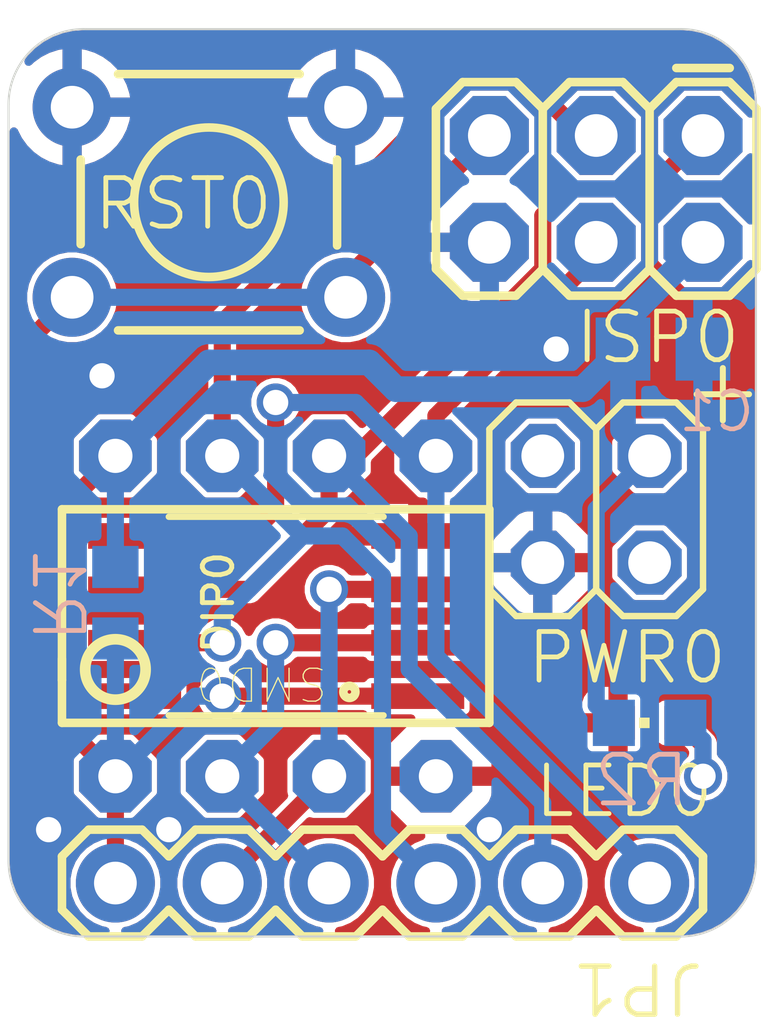
<source format=kicad_pcb>
(kicad_pcb (version 20241229) (generator "pcbnew") (generator_version "9.0")
  (layers (0 "F.Cu" signal) (2 "B.Cu" signal) (13 "F.Paste" user) (15 "B.Paste" user) (5 "F.SilkS" user "F.Silkscreen") (7 "B.SilkS" user "B.Silkscreen") (1 "F.Mask" user) (3 "B.Mask" user) (25 "Edge.Cuts" user))
  (net 0 "")
  (net 1 "N$1")
  (net 2 "VDD")
  (net 3 "GND")
  (net 4 "PB0/MOSI")
  (net 5 "PB1/MISO")
  (net 6 "PB2/SCK")
  (net 7 "PB3/D-")
  (net 8 "PB5/RST")
  (net 9 "PB4/D+")
  (footprint "ATtiny prog board:2X3" (layer "F.Cu") (at 156.12735 96.7436 180)
    (property "Reference" "ISP0" (at -0.9525 -4.1275 0) (layer "F.SilkS") (effects (font (size 1.1557 1.1557) (thickness 0.1143)) (justify right top)))
    (property "Value" "")
    (fp_line (start 6.35 -3.175) (end 6.35 0.635) (stroke (width 0.2032)) (layer "F.SilkS"))
    (fp_line (start 5.715 1.27) (end 6.35 0.635) (stroke (width 0.2032)) (layer "F.SilkS"))
    (fp_line (start 5.715 -3.81) (end 6.35 -3.175) (stroke (width 0.2032)) (layer "F.SilkS"))
    (fp_line (start 4.445 1.27) (end 5.715 1.27) (stroke (width 0.2032)) (layer "F.SilkS"))
    (fp_line (start 4.445 -3.81) (end 5.715 -3.81) (stroke (width 0.2032)) (layer "F.SilkS"))
    (fp_line (start 3.81 0.635) (end 4.445 1.27) (stroke (width 0.2032)) (layer "F.SilkS"))
    (fp_line (start 3.81 -3.175) (end 4.445 -3.81) (stroke (width 0.2032)) (layer "F.SilkS"))
    (fp_line (start 3.81 -3.175) (end 3.81 0.635) (stroke (width 0.2032)) (layer "F.SilkS"))
    (fp_line (start 3.175 1.27) (end 3.81 0.635) (stroke (width 0.2032)) (layer "F.SilkS"))
    (fp_line (start 3.175 -3.81) (end 3.81 -3.175) (stroke (width 0.2032)) (layer "F.SilkS"))
    (fp_line (start 1.905 1.27) (end 3.175 1.27) (stroke (width 0.2032)) (layer "F.SilkS"))
    (fp_line (start 1.905 -3.81) (end 3.175 -3.81) (stroke (width 0.2032)) (layer "F.SilkS"))
    (fp_line (start 1.27 0.635) (end 1.905 1.27) (stroke (width 0.2032)) (layer "F.SilkS"))
    (fp_line (start 1.27 -3.175) (end 1.905 -3.81) (stroke (width 0.2032)) (layer "F.SilkS"))
    (fp_line (start 1.27 -3.175) (end 1.27 0.635) (stroke (width 0.2032)) (layer "F.SilkS"))
    (fp_line (start 0.635 1.605) (end -0.635 1.605) (stroke (width 0.2032)) (layer "F.SilkS"))
    (fp_line (start 0.635 1.27) (end 1.27 0.635) (stroke (width 0.2032)) (layer "F.SilkS"))
    (fp_line (start 0.635 -3.81) (end 1.27 -3.175) (stroke (width 0.2032)) (layer "F.SilkS"))
    (fp_line (start -0.635 1.27) (end 0.635 1.27) (stroke (width 0.2032)) (layer "F.SilkS"))
    (fp_line (start -0.635 -3.81) (end 0.635 -3.81) (stroke (width 0.2032)) (layer "F.SilkS"))
    (fp_line (start -1.27 0.635) (end -0.635 1.27) (stroke (width 0.2032)) (layer "F.SilkS"))
    (fp_line (start -1.27 0.635) (end -1.27 -3.175) (stroke (width 0.2032)) (layer "F.SilkS"))
    (fp_line (start -1.27 -3.175) (end -0.635 -3.81) (stroke (width 0.2032)) (layer "F.SilkS"))
    (pad "1" thru_hole roundrect (at 0 0 180) (size 1.8796 1.8796) (drill 1.016) (layers "*.Cu" "*.Mask") (chamfer_ratio 0.2928932188) (chamfer top_left top_right bottom_left bottom_right) (net 5 "PB1/MISO"))
    (pad "2" thru_hole roundrect (at 0 -2.54 180) (size 1.8796 1.8796) (drill 1.016) (layers "*.Cu" "*.Mask") (chamfer_ratio 0.2928932188) (chamfer top_left top_right bottom_left bottom_right) (net 2 "VDD"))
    (pad "3" thru_hole roundrect (at 2.54 0 180) (size 1.8796 1.8796) (drill 1.016) (layers "*.Cu" "*.Mask") (chamfer_ratio 0.2928932188) (chamfer top_left top_right bottom_left bottom_right) (net 6 "PB2/SCK"))
    (pad "4" thru_hole roundrect (at 2.54 -2.54 180) (size 1.8796 1.8796) (drill 1.016) (layers "*.Cu" "*.Mask") (chamfer_ratio 0.2928932188) (chamfer top_left top_right bottom_left bottom_right) (net 4 "PB0/MOSI"))
    (pad "5" thru_hole roundrect (at 5.08 0 180) (size 1.8796 1.8796) (drill 1.016) (layers "*.Cu" "*.Mask") (chamfer_ratio 0.2928932188) (chamfer top_left top_right bottom_left bottom_right) (net 8 "PB5/RST"))
    (pad "6" thru_hole roundrect (at 5.08 -2.54 180) (size 1.8796 1.8796) (drill 1.016) (layers "*.Cu" "*.Mask") (chamfer_ratio 0.2928932188) (chamfer top_left top_right bottom_left bottom_right) (net 3 "GND"))
  )
  (footprint "ATtiny prog board:1X06" (layer "F.Cu") (at 154.85735 114.5236 180)
    (property "Reference" "JP1" (at -1.3462 -1.8288 180) (layer "F.SilkS") (effects (font (size 1.143 1.143) (thickness 0.127)) (justify left bottom)))
    (property "Value" "")
    (fp_line (start 13.97 0.635) (end 13.335 1.27) (stroke (width 0.2032)) (layer "F.SilkS"))
    (fp_line (start 13.97 -0.635) (end 13.97 0.635) (stroke (width 0.2032)) (layer "F.SilkS"))
    (fp_line (start 13.335 1.27) (end 12.065 1.27) (stroke (width 0.2032)) (layer "F.SilkS"))
    (fp_line (start 13.335 -1.27) (end 13.97 -0.635) (stroke (width 0.2032)) (layer "F.SilkS"))
    (fp_line (start 12.065 1.27) (end 11.43 0.635) (stroke (width 0.2032)) (layer "F.SilkS"))
    (fp_line (start 12.065 -1.27) (end 13.335 -1.27) (stroke (width 0.2032)) (layer "F.SilkS"))
    (fp_line (start 11.43 0.635) (end 10.795 1.27) (stroke (width 0.2032)) (layer "F.SilkS"))
    (fp_line (start 11.43 -0.635) (end 12.065 -1.27) (stroke (width 0.2032)) (layer "F.SilkS"))
    (fp_line (start 10.795 1.27) (end 9.525 1.27) (stroke (width 0.2032)) (layer "F.SilkS"))
    (fp_line (start 10.795 -1.27) (end 11.43 -0.635) (stroke (width 0.2032)) (layer "F.SilkS"))
    (fp_line (start 9.525 1.27) (end 8.89 0.635) (stroke (width 0.2032)) (layer "F.SilkS"))
    (fp_line (start 9.525 -1.27) (end 10.795 -1.27) (stroke (width 0.2032)) (layer "F.SilkS"))
    (fp_line (start 8.89 0.635) (end 8.255 1.27) (stroke (width 0.2032)) (layer "F.SilkS"))
    (fp_line (start 8.89 -0.635) (end 9.525 -1.27) (stroke (width 0.2032)) (layer "F.SilkS"))
    (fp_line (start 8.255 1.27) (end 6.985 1.27) (stroke (width 0.2032)) (layer "F.SilkS"))
    (fp_line (start 8.255 -1.27) (end 8.89 -0.635) (stroke (width 0.2032)) (layer "F.SilkS"))
    (fp_line (start 6.985 -1.27) (end 8.255 -1.27) (stroke (width 0.2032)) (layer "F.SilkS"))
    (fp_line (start 6.985 -1.27) (end 6.35 -0.635) (stroke (width 0.2032)) (layer "F.SilkS"))
    (fp_line (start 6.35 0.635) (end 6.985 1.27) (stroke (width 0.2032)) (layer "F.SilkS"))
    (fp_line (start 6.35 0.635) (end 5.715 1.27) (stroke (width 0.2032)) (layer "F.SilkS"))
    (fp_line (start 5.715 1.27) (end 4.445 1.27) (stroke (width 0.2032)) (layer "F.SilkS"))
    (fp_line (start 5.715 -1.27) (end 6.35 -0.635) (stroke (width 0.2032)) (layer "F.SilkS"))
    (fp_line (start 4.445 1.27) (end 3.81 0.635) (stroke (width 0.2032)) (layer "F.SilkS"))
    (fp_line (start 4.445 -1.27) (end 5.715 -1.27) (stroke (width 0.2032)) (layer "F.SilkS"))
    (fp_line (start 3.81 0.635) (end 3.175 1.27) (stroke (width 0.2032)) (layer "F.SilkS"))
    (fp_line (start 3.81 -0.635) (end 4.445 -1.27) (stroke (width 0.2032)) (layer "F.SilkS"))
    (fp_line (start 3.175 1.27) (end 1.905 1.27) (stroke (width 0.2032)) (layer "F.SilkS"))
    (fp_line (start 3.175 -1.27) (end 3.81 -0.635) (stroke (width 0.2032)) (layer "F.SilkS"))
    (fp_line (start 1.905 1.27) (end 1.27 0.635) (stroke (width 0.2032)) (layer "F.SilkS"))
    (fp_line (start 1.905 -1.27) (end 3.175 -1.27) (stroke (width 0.2032)) (layer "F.SilkS"))
    (fp_line (start 1.27 0.635) (end 0.635 1.27) (stroke (width 0.2032)) (layer "F.SilkS"))
    (fp_line (start 1.27 -0.635) (end 1.905 -1.27) (stroke (width 0.2032)) (layer "F.SilkS"))
    (fp_line (start 0.635 1.27) (end -0.635 1.27) (stroke (width 0.2032)) (layer "F.SilkS"))
    (fp_line (start 0.635 -1.27) (end 1.27 -0.635) (stroke (width 0.2032)) (layer "F.SilkS"))
    (fp_line (start -0.635 -1.27) (end 0.635 -1.27) (stroke (width 0.2032)) (layer "F.SilkS"))
    (fp_line (start -0.635 -1.27) (end -1.27 -0.635) (stroke (width 0.2032)) (layer "F.SilkS"))
    (fp_line (start -1.27 0.635) (end -0.635 1.27) (stroke (width 0.2032)) (layer "F.SilkS"))
    (fp_line (start -1.27 -0.635) (end -1.27 0.635) (stroke (width 0.2032)) (layer "F.SilkS"))
    (pad "1" thru_hole circle (at 0 0 270) (size 1.8796 1.8796) (drill 1.016) (layers "*.Cu" "*.Mask") (net 4 "PB0/MOSI"))
    (pad "2" thru_hole circle (at 2.54 0 270) (size 1.8796 1.8796) (drill 1.016) (layers "*.Cu" "*.Mask") (net 5 "PB1/MISO"))
    (pad "3" thru_hole circle (at 5.08 0 270) (size 1.8796 1.8796) (drill 1.016) (layers "*.Cu" "*.Mask") (net 6 "PB2/SCK"))
    (pad "4" thru_hole circle (at 7.62 0 270) (size 1.8796 1.8796) (drill 1.016) (layers "*.Cu" "*.Mask") (net 7 "PB3/D-"))
    (pad "5" thru_hole circle (at 10.16 0 270) (size 1.8796 1.8796) (drill 1.016) (layers "*.Cu" "*.Mask") (net 9 "PB4/D+"))
    (pad "6" thru_hole circle (at 12.7 0 270) (size 1.8796 1.8796) (drill 1.016) (layers "*.Cu" "*.Mask") (net 8 "PB5/RST"))
  )
  (footprint "ATtiny prog board:LED-603" (layer "F.Cu") (at 154.85735 110.7136 90)
    (property "Reference" "LED0" (at -0.9525 1.5875 0) (layer "F.SilkS") (effects (font (size 1.1557 1.1557) (thickness 0.1143)) (justify right top)))
    (property "Value" "")
    (fp_poly (pts (xy -0.125 0) (xy 0.125 0) (xy 0.125 -0.25) (xy -0.125 -0.25)) (fill yes) (layer "F.SilkS"))
    (pad "A" smd rect (at 0 0.75 90) (size 0.8 0.8) (layers "F.Cu" "F.Mask" "F.Paste") (net 1 "N$1"))
    (pad "C" smd rect (at 0 -0.75 90) (size 0.8 0.8) (layers "F.Cu" "F.Mask" "F.Paste") (net 3 "GND"))
  )
  (footprint "ATtiny prog board:TACTILE-PTH" (layer "F.Cu") (at 144.37985 98.3311 180)
    (property "Reference" "RST0" (at -1.5875 0.635 0) (layer "F.SilkS") (effects (font (size 1.1557 1.1557) (thickness 0.1143)) (justify right top)))
    (property "Value" "" (hide yes))
    (fp_line (start 3.048 -0.998) (end 3.048 1.016) (stroke (width 0.2032)) (layer "F.SilkS"))
    (fp_line (start 2.159 -3.048) (end -2.159 -3.048) (stroke (width 0.2032)) (layer "F.SilkS"))
    (fp_line (start -2.159 3.048) (end 2.159 3.048) (stroke (width 0.2032)) (layer "F.SilkS"))
    (fp_line (start -3.048 -1.028) (end -3.048 1.016) (stroke (width 0.2032)) (layer "F.SilkS"))
    (fp_circle (center 0 0) (end 1.778 0) (stroke (width 0.2032)) (fill no) (layer "F.SilkS"))
    (pad "1" thru_hole circle (at -3.2512 -2.2606 180) (size 1.8796 1.8796) (drill 1.016) (layers "*.Cu" "*.Mask") (net 8 "PB5/RST"))
    (pad "2" thru_hole circle (at 3.2512 -2.2606 180) (size 1.8796 1.8796) (drill 1.016) (layers "*.Cu" "*.Mask") (net 8 "PB5/RST"))
    (pad "3" thru_hole circle (at -3.2512 2.2606 180) (size 1.8796 1.8796) (drill 1.016) (layers "*.Cu" "*.Mask") (net 3 "GND"))
    (pad "4" thru_hole circle (at 3.2512 2.2606 180) (size 1.8796 1.8796) (drill 1.016) (layers "*.Cu" "*.Mask") (net 3 "GND"))
  )
  (footprint "ATtiny prog board:SO08-EIAJ" (layer "F.Cu") (at 145.96735 108.1736 90)
    (property "Reference" "SMD0" (at -1.143 1.27 180) (layer "F.SilkS") (effects (font (size 0.782889 0.782889) (thickness 0.029911)) (justify left bottom)))
    (property "Value" "")
    (fp_line (start -2.362 -2.5396) (end -2.362 2.565) (stroke (width 0.1524)) (layer "F.SilkS"))
    (fp_line (start 2.362 2.565) (end 2.362 -2.5396) (stroke (width 0.1524)) (layer "F.SilkS"))
    (fp_circle (center -1.8034 1.7526) (end -1.6598 1.7526) (stroke (width 0.2032)) (fill no) (layer "F.SilkS"))
    (pad "1" smd rect (at -1.905 3.3782 90) (size 0.6096 2.2098) (layers "F.Cu" "F.Mask" "F.Paste") (net 8 "PB5/RST"))
    (pad "2" smd rect (at -0.635 3.3782 90) (size 0.6096 2.2098) (layers "F.Cu" "F.Mask" "F.Paste") (net 7 "PB3/D-"))
    (pad "3" smd rect (at 0.635 3.3782 90) (size 0.6096 2.2098) (layers "F.Cu" "F.Mask" "F.Paste") (net 9 "PB4/D+"))
    (pad "4" smd rect (at 1.905 3.3782 90) (size 0.6096 2.2098) (layers "F.Cu" "F.Mask" "F.Paste") (net 3 "GND"))
    (pad "5" smd rect (at 1.905 -3.3528 90) (size 0.6096 2.2098) (layers "F.Cu" "F.Mask" "F.Paste") (net 4 "PB0/MOSI"))
    (pad "6" smd rect (at 0.635 -3.3528 90) (size 0.6096 2.2098) (layers "F.Cu" "F.Mask" "F.Paste") (net 5 "PB1/MISO"))
    (pad "7" smd rect (at -0.635 -3.3528 90) (size 0.6096 2.2098) (layers "F.Cu" "F.Mask" "F.Paste") (net 6 "PB2/SCK"))
    (pad "8" smd rect (at -1.905 -3.3528 90) (size 0.6096 2.2098) (layers "F.Cu" "F.Mask" "F.Paste") (net 2 "VDD"))
  )
  (footprint "ATtiny prog board:DIP08" (layer "F.Cu") (at 145.96735 108.1736)
    (property "Reference" "DIP0" (at -0.9525 0.9525 90) (layer "F.SilkS") (effects (font (size 0.6985 0.6985) (thickness 0.1143)) (justify left bottom)))
    (property "Value" "")
    (fp_line (start -5.08 -2.54) (end -5.08 1.524) (stroke (width 0.2032)) (layer "F.SilkS"))
    (fp_line (start -5.08 -2.54) (end 5.08 -2.54) (stroke (width 0.2032)) (layer "F.SilkS"))
    (fp_line (start -5.08 1.524) (end -5.08 1.016) (stroke (width 0.2032)) (layer "F.SilkS"))
    (fp_line (start -5.08 2.54) (end -5.08 1.524) (stroke (width 0.2032)) (layer "F.SilkS"))
    (fp_line (start -5.08 2.54) (end 5.08 2.54) (stroke (width 0.2032)) (layer "F.SilkS"))
    (fp_line (start 5.08 -2.54) (end 5.08 2.54) (stroke (width 0.2032)) (layer "F.SilkS"))
    (fp_circle (center -3.81 1.27) (end -3.0916 1.27) (stroke (width 0.254)) (fill no) (layer "F.SilkS"))
    (pad "1" thru_hole roundrect (at -3.81 3.81) (size 1.7272 1.7272) (drill 0.8128) (layers "*.Cu" "*.Mask") (chamfer_ratio 0.2928932188) (chamfer top_left top_right bottom_left bottom_right) (net 8 "PB5/RST"))
    (pad "2" thru_hole roundrect (at -1.27 3.81) (size 1.7272 1.7272) (drill 0.8128) (layers "*.Cu" "*.Mask") (chamfer_ratio 0.2928932188) (chamfer top_left top_right bottom_left bottom_right) (net 7 "PB3/D-"))
    (pad "3" thru_hole roundrect (at 1.27 3.81) (size 1.7272 1.7272) (drill 0.8128) (layers "*.Cu" "*.Mask") (chamfer_ratio 0.2928932188) (chamfer top_left top_right bottom_left bottom_right) (net 9 "PB4/D+"))
    (pad "4" thru_hole roundrect (at 3.81 3.81) (size 1.7272 1.7272) (drill 0.8128) (layers "*.Cu" "*.Mask") (chamfer_ratio 0.2928932188) (chamfer top_left top_right bottom_left bottom_right) (net 3 "GND"))
    (pad "5" thru_hole roundrect (at 3.81 -3.81) (size 1.7272 1.7272) (drill 0.8128) (layers "*.Cu" "*.Mask") (chamfer_ratio 0.2928932188) (chamfer top_left top_right bottom_left bottom_right) (net 4 "PB0/MOSI"))
    (pad "6" thru_hole roundrect (at 1.27 -3.81) (size 1.7272 1.7272) (drill 0.8128) (layers "*.Cu" "*.Mask") (chamfer_ratio 0.2928932188) (chamfer top_left top_right bottom_left bottom_right) (net 5 "PB1/MISO"))
    (pad "7" thru_hole roundrect (at -1.27 -3.81) (size 1.7272 1.7272) (drill 0.8128) (layers "*.Cu" "*.Mask") (chamfer_ratio 0.2928932188) (chamfer top_left top_right bottom_left bottom_right) (net 6 "PB2/SCK"))
    (pad "8" thru_hole roundrect (at -3.81 -3.81) (size 1.7272 1.7272) (drill 0.8128) (layers "*.Cu" "*.Mask") (chamfer_ratio 0.2928932188) (chamfer top_left top_right bottom_left bottom_right) (net 2 "VDD"))
  )
  (footprint "ATtiny prog board:2X02" (layer "F.Cu") (at 153.58735 105.6336 180)
    (property "Reference" "PWR0" (at -3.175 -2.8575 0) (layer "F.SilkS") (effects (font (size 1.1557 1.1557) (thickness 0.1143)) (justify right top)))
    (property "Value" "")
    (fp_line (start 2.54 -1.905) (end 2.54 1.905) (stroke (width 0.1524)) (layer "F.SilkS"))
    (fp_line (start 1.905 2.54) (end 2.54 1.905) (stroke (width 0.1524)) (layer "F.SilkS"))
    (fp_line (start 1.905 -2.54) (end 2.54 -1.905) (stroke (width 0.1524)) (layer "F.SilkS"))
    (fp_line (start 0.635 2.54) (end 1.905 2.54) (stroke (width 0.1524)) (layer "F.SilkS"))
    (fp_line (start 0.635 -2.54) (end 1.905 -2.54) (stroke (width 0.1524)) (layer "F.SilkS"))
    (fp_line (start 0 1.905) (end 0.635 2.54) (stroke (width 0.1524)) (layer "F.SilkS"))
    (fp_line (start 0 -1.905) (end 0.635 -2.54) (stroke (width 0.1524)) (layer "F.SilkS"))
    (fp_line (start 0 -1.905) (end 0 1.905) (stroke (width 0.1524)) (layer "F.SilkS"))
    (fp_line (start -0.635 2.54) (end 0 1.905) (stroke (width 0.1524)) (layer "F.SilkS"))
    (fp_line (start -0.635 -2.54) (end 0 -1.905) (stroke (width 0.1524)) (layer "F.SilkS"))
    (fp_line (start -1.905 2.54) (end -0.635 2.54) (stroke (width 0.1524)) (layer "F.SilkS"))
    (fp_line (start -1.905 -2.54) (end -0.635 -2.54) (stroke (width 0.1524)) (layer "F.SilkS"))
    (fp_line (start -2.54 1.905) (end -1.905 2.54) (stroke (width 0.1524)) (layer "F.SilkS"))
    (fp_line (start -2.54 1.905) (end -2.54 -1.905) (stroke (width 0.1524)) (layer "F.SilkS"))
    (fp_line (start -2.54 -1.905) (end -1.905 -2.54) (stroke (width 0.1524)) (layer "F.SilkS"))
    (pad "1" thru_hole roundrect (at -1.27 1.27 180) (size 1.524 1.524) (drill 1.016) (layers "*.Cu" "*.Mask") (chamfer_ratio 0.2928932188) (chamfer top_left top_right bottom_left bottom_right) (net 2 "VDD"))
    (pad "2" thru_hole roundrect (at -1.27 -1.27 180) (size 1.524 1.524) (drill 1.016) (layers "*.Cu" "*.Mask") (chamfer_ratio 0.2928932188) (chamfer top_left top_right bottom_left bottom_right))
    (pad "3" thru_hole roundrect (at 1.27 1.27 180) (size 1.524 1.524) (drill 1.016) (layers "*.Cu" "*.Mask") (chamfer_ratio 0.2928932188) (chamfer top_left top_right bottom_left bottom_right))
    (pad "4" thru_hole roundrect (at 1.27 -1.27 180) (size 1.524 1.524) (drill 1.016) (layers "*.Cu" "*.Mask") (chamfer_ratio 0.2928932188) (chamfer top_left top_right bottom_left bottom_right) (net 3 "GND"))
  )
  (footprint "ATtiny prog board:R603" (layer "B.Cu") (at 142.15735 107.8561 -90)
    (property "Reference" "R1" (at -1.397 0.6985 -90) (layer "B.SilkS") (effects (font (size 1.1557 1.1557) (thickness 0.1143)) (justify right top mirror)))
    (property "Value" "10k")
    (pad "1" smd rect (at -0.85 0 270) (size 1 1.1) (layers "B.Cu" "B.Mask" "B.Paste") (net 2 "VDD"))
    (pad "2" smd rect (at 0.85 0 270) (size 1 1.1) (layers "B.Cu" "B.Mask" "B.Paste") (net 8 "PB5/RST"))
  )
  (footprint "ATtiny prog board:R603" (layer "B.Cu") (at 154.85735 110.7136)
    (property "Reference" "R2" (at -1.397 0.6985 0) (layer "B.SilkS") (effects (font (size 1.1557 1.1557) (thickness 0.1143)) (justify right top mirror)))
    (property "Value" "300")
    (pad "1" smd rect (at -0.85 0) (size 1 1.1) (layers "B.Cu" "B.Mask" "B.Paste") (net 2 "VDD"))
    (pad "2" smd rect (at 0.85 0) (size 1 1.1) (layers "B.Cu" "B.Mask" "B.Paste") (net 1 "N$1"))
  )
  (footprint "ATtiny prog board:C805" (layer "B.Cu") (at 155.17485 101.8236)
    (property "Reference" "C1" (at 0.3175 0.9525 0) (layer "B.SilkS") (effects (font (size 0.90871 0.90871) (thickness 0.10729)) (justify right top mirror)))
    (property "Value" "10uF")
    (pad "1" smd rect (at -0.95 0) (size 1.3 1.5) (layers "B.Cu" "B.Mask" "B.Paste") (net 2 "VDD"))
    (pad "2" smd rect (at 0.95 0) (size 1.3 1.5) (layers "B.Cu" "B.Mask" "B.Paste") (net 3 "GND"))
  )
  (gr_line (start 157.38485 114.006369) (end 157.38485 95.993741) (stroke (width 0.05)) (layer "Edge.Cuts"))
  (gr_line (start 139.61735 96.002594) (end 139.61735 113.99755) (stroke (width 0.05)) (layer "Edge.Cuts"))
  (gr_line (start 141.4134 115.7936) (end 155.597618 115.7936) (stroke (width 0.05)) (layer "Edge.Cuts"))
  (gr_arc (start 157.38485 114.006368) (mid 156.861382 115.270132) (end 155.597618 115.7936) (stroke (width 0.05)) (layer "Edge.Cuts"))
  (gr_arc (start 155.604709 94.2136) (mid 156.863459 94.734991) (end 157.38485 95.993741) (stroke (width 0.05)) (layer "Edge.Cuts"))
  (gr_arc (start 139.61735 96.002595) (mid 140.141334 94.737585) (end 141.406343 94.2136) (stroke (width 0.05)) (layer "Edge.Cuts"))
  (gr_arc (start 141.4134 115.7936) (mid 140.143401 115.267549) (end 139.61735 113.99755) (stroke (width 0.05)) (layer "Edge.Cuts"))
  (gr_line (start 155.604709 94.2136) (end 141.406343 94.2136) (stroke (width 0.05)) (layer "Edge.Cuts"))
  (gr_text "+" (at 155.49235 103.7286 0) (layer "F.SilkS") (effects (font (size 1.63576 1.63576) (thickness 0.14224)) (justify left bottom)))
  (segment (start 156.12735 111.2336) (end 155.60735 110.7136) (width 0.4064) (layer "F.Cu") (net 1))
  (segment (start 156.12735 111.9836) (end 156.12735 111.2336) (width 0.4064) (layer "F.Cu") (net 1))
  (via (at 156.12735 111.9836) (size 0.9048) (drill 0.6) (layers "F.Cu" "B.Cu") (net 1))
  (segment (start 155.70735 110.7136) (end 156.12735 111.1336) (width 0.4064) (layer "B.Cu") (net 1))
  (segment (start 156.12735 111.1336) (end 156.12735 111.9836) (width 0.4064) (layer "B.Cu") (net 1))
  (segment (start 140.88735 109.4436) (end 140.88735 105.6336) (width 0.4064) (layer "F.Cu") (net 2))
  (segment (start 141.52235 110.0786) (end 140.88735 109.4436) (width 0.4064) (layer "F.Cu") (net 2))
  (segment (start 140.88735 105.6336) (end 142.15735 104.3636) (width 0.4064) (layer "F.Cu") (net 2))
  (segment (start 142.61455 110.0786) (end 141.52235 110.0786) (width 0.4064) (layer "F.Cu") (net 2))
  (segment (start 154.85735 104.3636) (end 154.22485 103.7311) (width 0.6096) (layer "B.Cu") (net 2))
  (segment (start 148.18985 102.1411) (end 148.82485 102.7761) (width 0.6096) (layer "B.Cu") (net 2))
  (segment (start 153.58735 110.2936) (end 154.00735 110.7136) (width 0.4064) (layer "B.Cu") (net 2))
  (segment (start 154.22235 101.1886) (end 154.22235 101.8211) (width 0.6096) (layer "B.Cu") (net 2))
  (segment (start 154.22235 101.8211) (end 154.22485 101.8236) (width 0.6096) (layer "B.Cu") (net 2))
  (segment (start 154.85735 104.3636) (end 153.58735 105.6336) (width 0.4064) (layer "B.Cu") (net 2))
  (segment (start 142.15735 107.0061) (end 142.15735 104.3636) (width 0.4064) (layer "B.Cu") (net 2))
  (segment (start 153.58735 105.6336) (end 153.58735 110.2936) (width 0.4064) (layer "B.Cu") (net 2))
  (segment (start 144.37985 102.1411) (end 148.18985 102.1411) (width 0.6096) (layer "B.Cu") (net 2))
  (segment (start 142.15735 104.3636) (end 144.37985 102.1411) (width 0.6096) (layer "B.Cu") (net 2))
  (segment (start 153.26985 102.7761) (end 154.22235 101.8236) (width 0.6096) (layer "B.Cu") (net 2))
  (segment (start 148.82485 102.7761) (end 153.26985 102.7761) (width 0.6096) (layer "B.Cu") (net 2))
  (segment (start 156.12735 99.2836) (end 154.22235 101.1886) (width 0.6096) (layer "B.Cu") (net 2))
  (segment (start 154.22485 103.7311) (end 154.22485 101.8236) (width 0.6096) (layer "B.Cu") (net 2))
  (via (at 151.04735 113.2536) (size 0.9048) (drill 0.6) (layers "F.Cu" "B.Cu") (net 3))
  (via (at 152.63485 101.8236) (size 0.9048) (drill 0.6) (layers "F.Cu" "B.Cu") (net 3))
  (via (at 140.56985 113.2536) (size 0.9048) (drill 0.6) (layers "F.Cu" "B.Cu") (net 3))
  (via (at 141.83985 102.4586) (size 0.9048) (drill 0.6) (layers "F.Cu" "B.Cu") (net 3))
  (via (at 143.42735 113.2536) (size 0.9048) (drill 0.6) (layers "F.Cu" "B.Cu") (net 3))
  (segment (start 142.61455 106.2686) (end 145.33235 106.2686) (width 0.4064) (layer "F.Cu") (net 4))
  (segment (start 145.33235 106.2686) (end 145.96735 105.6336) (width 0.4064) (layer "F.Cu") (net 4))
  (segment (start 149.77735 103.4111) (end 153.58735 99.6011) (width 0.4064) (layer "F.Cu") (net 4))
  (segment (start 145.96735 105.6336) (end 145.96735 103.0936) (width 0.4064) (layer "F.Cu") (net 4))
  (segment (start 149.77735 104.3636) (end 149.77735 103.4111) (width 0.4064) (layer "F.Cu") (net 4))
  (segment (start 153.58735 99.6011) (end 153.58735 99.2836) (width 0.4064) (layer "F.Cu") (net 4))
  (via (at 145.96735 103.0936) (size 0.9048) (drill 0.6) (layers "F.Cu" "B.Cu") (net 4))
  (segment (start 154.85735 114.2061) (end 149.77735 109.1261) (width 0.4064) (layer "B.Cu") (net 4))
  (segment (start 154.85735 114.5236) (end 154.85735 114.2061) (width 0.4064) (layer "B.Cu") (net 4))
  (segment (start 149.14235 104.3636) (end 149.77735 104.3636) (width 0.4064) (layer "B.Cu") (net 4))
  (segment (start 149.77735 109.1261) (end 149.77735 104.3636) (width 0.4064) (layer "B.Cu") (net 4))
  (segment (start 147.87235 103.0936) (end 149.14235 104.3636) (width 0.4064) (layer "B.Cu") (net 4))
  (segment (start 145.96735 103.0936) (end 147.87235 103.0936) (width 0.4064) (layer "B.Cu") (net 4))
  (segment (start 147.23735 105.6336) (end 147.23735 104.3636) (width 0.4064) (layer "F.Cu") (net 5))
  (segment (start 152.95235 98.0136) (end 154.85735 98.0136) (width 0.4064) (layer "F.Cu") (net 5))
  (segment (start 147.23735 104.3636) (end 147.87235 104.3636) (width 0.4064) (layer "F.Cu") (net 5))
  (segment (start 152.31735 98.6486) (end 152.95235 98.0136) (width 0.4064) (layer "F.Cu") (net 5))
  (segment (start 152.31735 99.9186) (end 152.31735 98.6486) (width 0.4064) (layer "F.Cu") (net 5))
  (segment (start 154.85735 98.0136) (end 156.12735 96.7436) (width 0.4064) (layer "F.Cu") (net 5))
  (segment (start 145.33235 107.5386) (end 147.23735 105.6336) (width 0.4064) (layer "F.Cu") (net 5))
  (segment (start 147.87235 104.3636) (end 152.31735 99.9186) (width 0.4064) (layer "F.Cu") (net 5))
  (segment (start 142.61455 107.5386) (end 145.33235 107.5386) (width 0.4064) (layer "F.Cu") (net 5))
  (segment (start 149.14235 106.2686) (end 147.23735 104.3636) (width 0.4064) (layer "B.Cu") (net 5))
  (segment (start 152.31735 112.6186) (end 149.14235 109.4436) (width 0.4064) (layer "B.Cu") (net 5))
  (segment (start 149.14235 109.4436) (end 149.14235 106.2686) (width 0.4064) (layer "B.Cu") (net 5))
  (segment (start 152.31735 114.5236) (end 152.31735 112.6186) (width 0.4064) (layer "B.Cu") (net 5))
  (segment (start 142.61455 108.8086) (end 144.69735 108.8086) (width 0.4064) (layer "F.Cu") (net 6))
  (segment (start 151.99985 95.4736) (end 150.41235 95.4736) (width 0.4064) (layer "F.Cu") (net 6))
  (segment (start 153.26985 96.7436) (end 151.99985 95.4736) (width 0.4064) (layer "F.Cu") (net 6))
  (segment (start 153.58735 96.7436) (end 153.26985 96.7436) (width 0.4064) (layer "F.Cu") (net 6))
  (segment (start 150.41235 95.4736) (end 144.69735 101.1886) (width 0.4064) (layer "F.Cu") (net 6))
  (segment (start 144.69735 101.1886) (end 144.69735 104.3636) (width 0.4064) (layer "F.Cu") (net 6))
  (via (at 144.69735 108.8086) (size 0.9048) (drill 0.6) (layers "F.Cu" "B.Cu") (net 6))
  (segment (start 148.50735 113.2536) (end 148.50735 107.2211) (width 0.4064) (layer "B.Cu") (net 6))
  (segment (start 149.77735 114.5236) (end 148.50735 113.2536) (width 0.4064) (layer "B.Cu") (net 6))
  (segment (start 144.69735 108.1736) (end 146.60235 106.2686) (width 0.4064) (layer "B.Cu") (net 6))
  (segment (start 146.60235 106.2686) (end 144.69735 104.3636) (width 0.4064) (layer "B.Cu") (net 6))
  (segment (start 147.55485 106.2686) (end 146.60235 106.2686) (width 0.4064) (layer "B.Cu") (net 6))
  (segment (start 148.50735 107.2211) (end 147.55485 106.2686) (width 0.4064) (layer "B.Cu") (net 6))
  (segment (start 144.69735 108.8086) (end 144.69735 108.1736) (width 0.4064) (layer "B.Cu") (net 6))
  (segment (start 149.34555 108.8086) (end 145.96735 108.8086) (width 0.4064) (layer "F.Cu") (net 7))
  (via (at 145.96735 108.8086) (size 0.9048) (drill 0.6) (layers "F.Cu" "B.Cu") (net 7))
  (segment (start 145.96735 110.7136) (end 144.69735 111.9836) (width 0.4064) (layer "B.Cu") (net 7))
  (segment (start 145.96735 108.8086) (end 145.96735 110.7136) (width 0.4064) (layer "B.Cu") (net 7))
  (segment (start 144.69735 111.9836) (end 147.23735 114.5236) (width 0.4064) (layer "B.Cu") (net 7))
  (segment (start 149.34555 110.0786) (end 144.69735 110.0786) (width 0.4064) (layer "F.Cu") (net 8))
  (segment (start 147.63105 100.5917) (end 147.63105 100.1599) (width 0.4064) (layer "F.Cu") (net 8))
  (segment (start 147.63105 100.1599) (end 151.04735 96.7436) (width 0.4064) (layer "F.Cu") (net 8))
  (segment (start 140.25235 101.468) (end 140.25235 110.0786) (width 0.4064) (layer "F.Cu") (net 8))
  (segment (start 141.12865 100.5917) (end 140.25235 101.468) (width 0.4064) (layer "F.Cu") (net 8))
  (segment (start 140.25235 110.0786) (end 142.15735 111.9836) (width 0.4064) (layer "F.Cu") (net 8))
  (segment (start 142.15735 114.5236) (end 142.15735 111.9836) (width 0.4064) (layer "F.Cu") (net 8))
  (via (at 144.69735 110.0786) (size 0.9048) (drill 0.6) (layers "F.Cu" "B.Cu") (net 8))
  (segment (start 142.15735 108.7061) (end 142.15735 111.9836) (width 0.4064) (layer "B.Cu") (net 8))
  (segment (start 144.69735 110.0786) (end 144.06235 110.0786) (width 0.4064) (layer "B.Cu") (net 8))
  (segment (start 141.12865 100.5917) (end 147.63105 100.5917) (width 0.4064) (layer "B.Cu") (net 8))
  (segment (start 144.06235 110.0786) (end 142.15735 111.9836) (width 0.4064) (layer "B.Cu") (net 8))
  (segment (start 149.34555 107.5386) (end 147.23735 107.5386) (width 0.4064) (layer "F.Cu") (net 9))
  (segment (start 147.23735 111.9836) (end 144.69735 114.5236) (width 0.4064) (layer "F.Cu") (net 9))
  (via (at 147.23735 107.5386) (size 0.9048) (drill 0.6) (layers "F.Cu" "B.Cu") (net 9))
  (segment (start 147.23735 107.5386) (end 147.23735 111.9836) (width 0.4064) (layer "B.Cu") (net 9))
  (zone (net 3) (net_name "GND") (layer "F.Cu") (priority 6) (connect_pads (clearance 0.000001)) (min_thickness 0.2032) (fill yes (thermal_gap 0.4564) (thermal_bridge_width 0.4564))
    (polygon (pts (xy 157.60055 115.9968) (xy 139.41415 115.9968) (xy 139.41415 94.0004) (xy 157.60055 94.0004)))
  )
  (zone (net 3) (net_name "GND") (layer "B.Cu") (priority 6) (connect_pads (clearance 0.000001)) (min_thickness 0.2032) (fill yes (thermal_gap 0.4564) (thermal_bridge_width 0.4564))
    (polygon (pts (xy 157.60055 115.9968) (xy 139.41415 115.9968) (xy 139.41415 94.0004) (xy 157.60055 94.0004)))
  )
)
</source>
